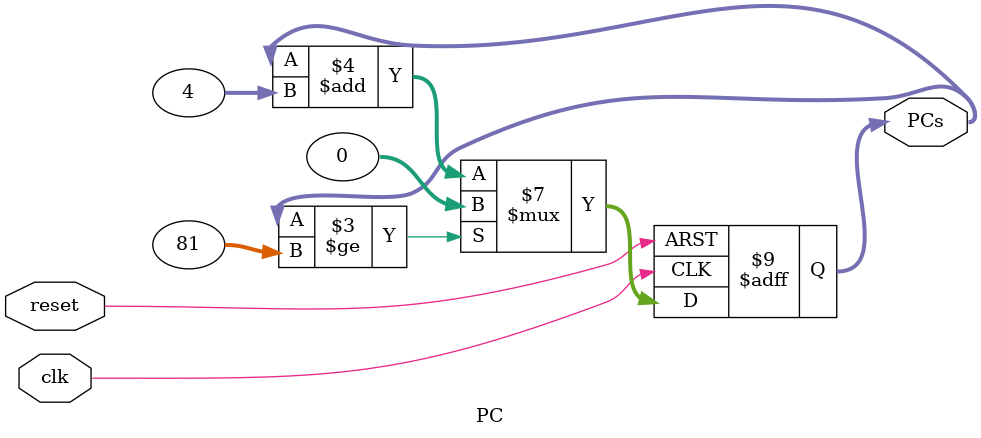
<source format=v>
module PC(input clk,reset, output reg [31:0] PCs =32'b0);

always @(posedge clk or posedge reset) begin
    if (reset == 1) 
        PCs<=32'b0; //Resetting PC 
    else
        if (PCs>=81)
            PCs<=32'b0; //Resetting PC, If the PC is higher than locations in instruction memory 
        else
            PCs<=PCs+4; //Increment PC by 4
    end
    
endmodule

</source>
